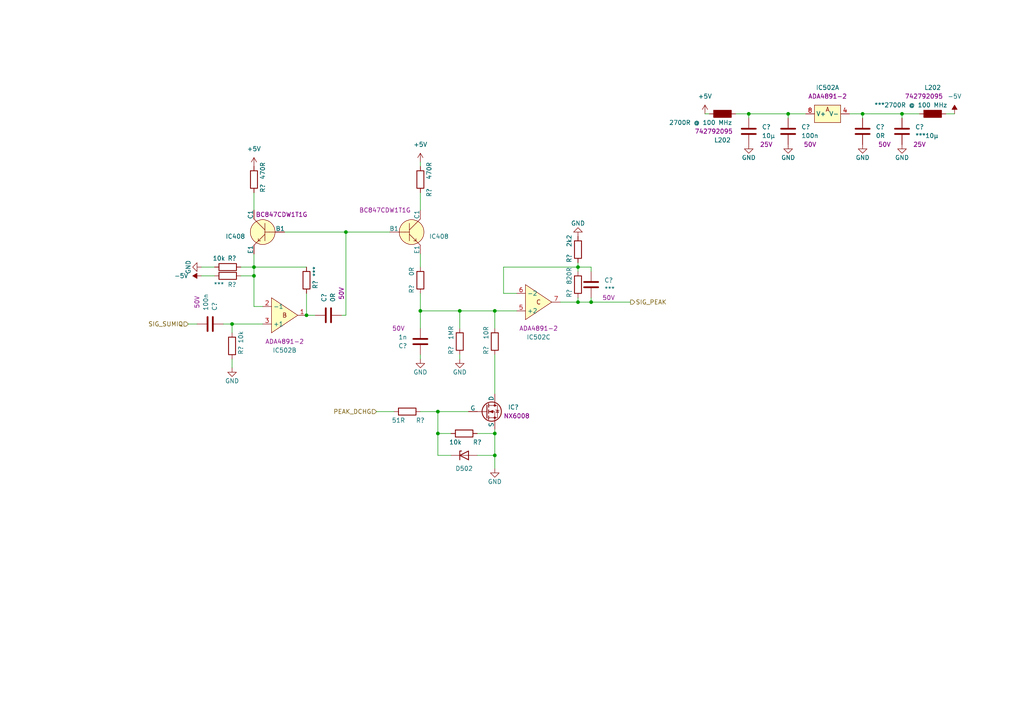
<source format=kicad_sch>
(kicad_sch (version 20230121) (generator eeschema)
  (paper "A4")
  (lib_symbols
    (symbol "ADA4891-2_1"
      (property "Reference" "IC" (at 0 10.16 0))
      (property "Part Number" "ADA4891-2" (at 0 7.62 0))
      (symbol "ADA4891-2_1_1_1"
        (rectangle (start -3.81 2.54) (end 3.81 -2.54) (fill (type background)))
        (text "A" (at 0 1.27 0) (effects (font (size 1.27 1.27))))
        (pin power_in line (at -6.35 0 0) (length 2.54) (name "V-") (number "4"))
        (pin power_in line (at 6.35 0 180) (length 2.54) (name "V+") (number "8"))
      )
      (symbol "ADA4891-2_1_2_1"
        (polyline (pts (xy -3.81 5.08) (xy -3.81 -5.08) (xy 3.81 0) (xy -3.81 5.08)) (fill (type background)))
        (text "B" (at 0 0 0) (effects (font (size 1.27 1.27))))
        (pin passive line (at 6.35 0 180) (length 2.54) (name "") (number "1"))
        (pin passive line (at -6.35 -2.54 0) (length 2.54) (name "-1") (number "2"))
        (pin passive line (at -6.35 2.54 0) (length 2.54) (name "+1") (number "3"))
      )
      (symbol "ADA4891-2_1_3_1"
        (polyline (pts (xy -3.81 5.08) (xy -3.81 -5.08) (xy 3.81 0) (xy -3.81 5.08)) (fill (type background)))
        (text "C" (at 0 0 0) (effects (font (size 1.27 1.27))))
        (pin input line (at -6.35 2.54 0) (length 2.54) (name "+2") (number "5"))
        (pin input line (at -6.35 -2.54 0) (length 2.54) (name "-2") (number "6"))
        (pin output line (at 6.35 0 180) (length 2.54) (name "") (number "7"))
      )
    )
    (symbol "ADA4891-2_2"
      (property "Reference" "IC" (at 0 10.16 0))
      (property "Part Number" "ADA4891-2" (at 0 7.62 0))
      (symbol "ADA4891-2_2_1_1"
        (rectangle (start -3.81 2.54) (end 3.81 -2.54) (fill (type background)))
        (text "A" (at 0 1.27 0) (effects (font (size 1.27 1.27))))
        (pin power_in line (at -6.35 0 0) (length 2.54) (name "V-") (number "4"))
        (pin power_in line (at 6.35 0 180) (length 2.54) (name "V+") (number "8"))
      )
      (symbol "ADA4891-2_2_2_1"
        (polyline (pts (xy -3.81 5.08) (xy -3.81 -5.08) (xy 3.81 0) (xy -3.81 5.08)) (fill (type background)))
        (text "B" (at 0 0 0) (effects (font (size 1.27 1.27))))
        (pin passive line (at 6.35 0 180) (length 2.54) (name "") (number "1"))
        (pin passive line (at -6.35 -2.54 0) (length 2.54) (name "-1") (number "2"))
        (pin passive line (at -6.35 2.54 0) (length 2.54) (name "+1") (number "3"))
      )
      (symbol "ADA4891-2_2_3_1"
        (polyline (pts (xy -3.81 5.08) (xy -3.81 -5.08) (xy 3.81 0) (xy -3.81 5.08)) (fill (type background)))
        (text "C" (at 0 0 0) (effects (font (size 1.27 1.27))))
        (pin input line (at -6.35 2.54 0) (length 2.54) (name "+2") (number "5"))
        (pin input line (at -6.35 -2.54 0) (length 2.54) (name "-2") (number "6"))
        (pin output line (at 6.35 0 180) (length 2.54) (name "") (number "7"))
      )
    )
    (symbol "BestParts_ICs:ADA4891-2"
      (property "Reference" "IC" (at 0 10.16 0))
      (property "Part Number" "ADA4891-2" (at 0 7.62 0))
      (symbol "ADA4891-2_1_1"
        (rectangle (start -3.81 2.54) (end 3.81 -2.54) (fill (type background)))
        (text "A" (at 0 1.27 0) (effects (font (size 1.27 1.27))))
        (pin power_in line (at -6.35 0 0) (length 2.54) (name "V-") (number "4"))
        (pin power_in line (at 6.35 0 180) (length 2.54) (name "V+") (number "8"))
      )
      (symbol "ADA4891-2_2_1"
        (polyline (pts (xy -3.81 5.08) (xy -3.81 -5.08) (xy 3.81 0) (xy -3.81 5.08)) (fill (type background)))
        (text "B" (at 0 0 0) (effects (font (size 1.27 1.27))))
        (pin passive line (at 6.35 0 180) (length 2.54) (name "") (number "1"))
        (pin passive line (at -6.35 -2.54 0) (length 2.54) (name "-1") (number "2"))
        (pin passive line (at -6.35 2.54 0) (length 2.54) (name "+1") (number "3"))
      )
      (symbol "ADA4891-2_3_1"
        (polyline (pts (xy -3.81 5.08) (xy -3.81 -5.08) (xy 3.81 0) (xy -3.81 5.08)) (fill (type background)))
        (text "C" (at 0 0 0) (effects (font (size 1.27 1.27))))
        (pin input line (at -6.35 2.54 0) (length 2.54) (name "+2") (number "5"))
        (pin input line (at -6.35 -2.54 0) (length 2.54) (name "-2") (number "6"))
        (pin output line (at 6.35 0 180) (length 2.54) (name "") (number "7"))
      )
    )
    (symbol "BestParts_ICs:BC847C-1" (pin_numbers hide) (pin_names (offset 0))
      (property "Reference" "IC" (at 0 15.24 0))
      (property "Part Number" "BC847CDW1T1G " (at 0 12.7 0))
      (symbol "BC847C-1_1_1"
        (polyline (pts (xy -1.905 0) (xy -3.81 0)))
        (polyline (pts (xy -0.635 -0.635) (xy 1.27 -2.54)))
        (polyline (pts (xy -0.635 0) (xy -1.905 0)))
        (polyline (pts (xy -0.635 0.635) (xy 1.27 2.54)))
        (polyline (pts (xy -0.635 2.54) (xy -0.635 -2.54)))
        (polyline (pts (xy 1.27 -2.54) (xy 0.635 -2.54)))
        (polyline (pts (xy 1.27 -2.54) (xy 1.27 -1.905)))
        (polyline (pts (xy 1.27 -2.54) (xy 2.54 -3.81)))
        (polyline (pts (xy 1.27 2.54) (xy 2.54 3.81)))
        (circle (center 0 0) (radius 3.5921) (fill (type background)))
        (pin passive line (at -6.35 0 0) (length 2.54) (name "B1") (number "1"))
        (pin passive line (at 2.54 -6.35 90) (length 2.54) (name "E1") (number "2"))
        (pin passive line (at 2.54 6.35 270) (length 2.54) (name "C1") (number "3"))
      )
    )
    (symbol "Device:C" (pin_numbers hide) (pin_names (offset 0.254))
      (property "Reference" "C" (at 0.635 2.54 0))
      (property "Value" "C" (at 0.635 -2.54 0))
      (symbol "C_0_1"
        (polyline (pts (xy -2.032 -0.762) (xy 2.032 -0.762)) (stroke (width 0.508)))
        (polyline (pts (xy -2.032 0.762) (xy 2.032 0.762)) (stroke (width 0.508)))
      )
      (symbol "C_1_1"
        (pin passive line (at 0 3.81 270) (length 2.794) (name "~") (number "1"))
        (pin passive line (at 0 -3.81 90) (length 2.794) (name "~") (number "2"))
      )
    )
    (symbol "Device:D_Zener" (pin_numbers hide) (pin_names (offset 1.016) hide)
      (property "Reference" "D" (at 0 2.54 0))
      (property "Value" "D_Zener" (at 0 -2.54 0))
      (symbol "D_Zener_0_1"
        (polyline (pts (xy 1.27 0) (xy -1.27 0)))
        (polyline (pts (xy -1.27 -1.27) (xy -1.27 1.27) (xy -0.762 1.27)) (stroke (width 0.254)))
        (polyline (pts (xy 1.27 -1.27) (xy 1.27 1.27) (xy -1.27 0) (xy 1.27 -1.27)) (stroke (width 0.254)))
      )
      (symbol "D_Zener_1_1"
        (pin passive line (at -3.81 0 0) (length 2.54) (name "K") (number "1"))
        (pin passive line (at 3.81 0 180) (length 2.54) (name "A") (number "2"))
      )
    )
    (symbol "Device:R" (pin_numbers hide) (pin_names (offset 0))
      (property "Reference" "R" (at 2.032 0 90))
      (property "Value" "R" (at 0 0 90))
      (symbol "R_0_1"
        (rectangle (start -1.016 -2.54) (end 1.016 2.54) (stroke (width 0.254)))
      )
      (symbol "R_1_1"
        (pin passive line (at 0 3.81 270) (length 1.27) (name "~") (number "1"))
        (pin passive line (at 0 -3.81 90) (length 1.27) (name "~") (number "2"))
      )
    )
    (symbol "Ferrit_1" (pin_numbers hide)
      (property "Reference" "L" (at 0 2.54 0))
      (symbol "Ferrit_1_1_1"
        (rectangle (start -2.54 1.016) (end 2.54 -1.016) (stroke (width 0.254)) (fill (type outline)))
        (pin passive line (at -3.81 0 0) (length 1.27) (name "") (number "1"))
        (pin passive line (at 3.81 0 180) (length 1.27) (name "") (number "2"))
      )
    )
    (symbol "Simulation_SPICE:NMOS" (pin_numbers hide) (pin_names (offset 0))
      (property "Reference" "IC1001" (at 6.35 1.27 0))
      (property "Part Number" "NX6008" (at 8.89 -1.27 0))
      (symbol "NMOS_0_1"
        (polyline (pts (xy 0.254 0) (xy -2.54 0)))
        (polyline (pts (xy 0.254 1.905) (xy 0.254 -1.905)) (stroke (width 0.254)))
        (polyline (pts (xy 0.762 -1.27) (xy 0.762 -2.286)) (stroke (width 0.254)))
        (polyline (pts (xy 0.762 0.508) (xy 0.762 -0.508)) (stroke (width 0.254)))
        (polyline (pts (xy 0.762 2.286) (xy 0.762 1.27)) (stroke (width 0.254)))
        (polyline (pts (xy 2.54 2.54) (xy 2.54 1.778)))
        (polyline (pts (xy 2.54 -2.54) (xy 2.54 0) (xy 0.762 0)))
        (polyline (pts (xy 0.762 -1.778) (xy 3.302 -1.778) (xy 3.302 1.778) (xy 0.762 1.778)))
        (polyline (pts (xy 1.016 0) (xy 2.032 0.381) (xy 2.032 -0.381) (xy 1.016 0)) (fill (type outline)))
        (polyline (pts (xy 2.794 0.508) (xy 2.921 0.381) (xy 3.683 0.381) (xy 3.81 0.254)))
        (polyline (pts (xy 3.302 0.381) (xy 2.921 -0.254) (xy 3.683 -0.254) (xy 3.302 0.381)))
        (circle (center 1.651 0) (radius 2.794) (stroke (width 0.254)))
        (circle (center 2.54 -1.778) (radius 0.254) (fill (type outline)))
        (circle (center 2.54 1.778) (radius 0.254) (fill (type outline)))
      )
      (symbol "NMOS_1_1"
        (pin input line (at -5.08 0 0) (length 2.54) (name "G") (number "1"))
        (pin passive line (at 2.54 -5.08 90) (length 2.54) (name "S") (number "2"))
        (pin passive line (at 2.54 5.08 270) (length 2.54) (name "D") (number "3"))
      )
    )
    (symbol "power:+5V" (power) (pin_names (offset 0))
      (property "Value" "+5V" (at 0 3.556 0))
      (symbol "+5V_0_1"
        (polyline (pts (xy -0.762 1.27) (xy 0 2.54)))
        (polyline (pts (xy 0 0) (xy 0 2.54)))
        (polyline (pts (xy 0 2.54) (xy 0.762 1.27)))
      )
      (symbol "+5V_1_1"
        (pin power_in line (at 0 0 90) (length 0) hide (name "+5V") (number "1"))
      )
    )
    (symbol "power:-5V" (power) (pin_names (offset 0))
      (property "Value" "-5V" (at 0 3.81 0))
      (symbol "-5V_0_0"
        (pin power_in line (at 0 0 90) (length 0) hide (name "-5V") (number "1"))
      )
      (symbol "-5V_0_1"
        (polyline (pts (xy 0 0) (xy 0 1.27) (xy 0.762 1.27) (xy 0 2.54) (xy -0.762 1.27) (xy 0 1.27)) (fill (type outline)))
      )
    )
    (symbol "power:GND" (power) (pin_names (offset 0))
      (property "Value" "GND" (at 0 -3.81 0))
      (symbol "GND_0_1"
        (polyline (pts (xy 0 0) (xy 0 -1.27) (xy 1.27 -1.27) (xy 0 -2.54) (xy -1.27 -1.27) (xy 0 -1.27)))
      )
      (symbol "GND_1_1"
        (pin power_in line (at 0 0 270) (length 0) hide (name "GND") (number "1"))
      )
    )
  )
  (junction (at 121.92 90.17))
  (junction (at 217.17 33.02))
  (junction (at 127 125.73))
  (junction (at 261.62 33.02))
  (junction (at 73.66 77.47))
  (junction (at 73.66 80.01))
  (junction (at 167.64 87.63))
  (junction (at 127 119.38))
  (junction (at 171.45 87.63))
  (junction (at 67.31 93.98))
  (junction (at 250.19 33.02))
  (junction (at 88.9 91.44))
  (junction (at 228.6 33.02))
  (junction (at 167.64 77.47))
  (junction (at 143.51 125.73))
  (junction (at 143.51 132.08))
  (junction (at 133.35 90.17))
  (junction (at 143.51 90.17))
  (junction (at 100.33 67.31))
  (wire (pts (xy 250.19 33.02) (xy 261.62 33.02)))
  (wire (pts (xy 69.85 80.01) (xy 73.66 80.01)))
  (wire (pts (xy 143.51 132.08) (xy 143.51 135.89)))
  (wire (pts (xy 127 119.38) (xy 127 125.73)))
  (wire (pts (xy 100.33 67.31) (xy 113.03 67.31)))
  (wire (pts (xy 171.45 86.36) (xy 171.45 87.63)))
  (wire (pts (xy 67.31 104.14) (xy 67.31 106.68)))
  (wire (pts (xy 133.35 102.87) (xy 133.35 104.14)))
  (wire (pts (xy 73.66 55.88) (xy 73.66 60.96)))
  (wire (pts (xy 276.86 33.02) (xy 274.32 33.02)))
  (wire (pts (xy 167.64 86.36) (xy 167.64 87.63)))
  (wire (pts (xy 133.35 90.17) (xy 133.35 95.25)))
  (wire (pts (xy 143.51 102.87) (xy 143.51 114.3)))
  (wire (pts (xy 88.9 91.44) (xy 91.44 91.44)))
  (wire (pts (xy 100.33 67.31) (xy 100.33 91.44)))
  (wire (pts (xy 143.51 90.17) (xy 143.51 95.25)))
  (wire (pts (xy 121.92 73.66) (xy 121.92 77.47)))
  (wire (pts (xy 162.56 87.63) (xy 167.64 87.63)))
  (wire (pts (xy 167.64 76.2) (xy 167.64 77.47)))
  (wire (pts (xy 73.66 80.01) (xy 73.66 88.9)))
  (wire (pts (xy 127 125.73) (xy 130.81 125.73)))
  (wire (pts (xy 121.92 90.17) (xy 133.35 90.17)))
  (wire (pts (xy 228.6 33.02) (xy 228.6 34.29)))
  (wire (pts (xy 99.06 91.44) (xy 100.33 91.44)))
  (wire (pts (xy 171.45 87.63) (xy 182.88 87.63)))
  (wire (pts (xy 64.77 93.98) (xy 67.31 93.98)))
  (wire (pts (xy 213.36 33.02) (xy 217.17 33.02)))
  (wire (pts (xy 58.42 80.01) (xy 62.23 80.01)))
  (wire (pts (xy 250.19 33.02) (xy 250.19 34.29)))
  (wire (pts (xy 138.43 125.73) (xy 143.51 125.73)))
  (wire (pts (xy 73.66 77.47) (xy 88.9 77.47)))
  (wire (pts (xy 73.66 77.47) (xy 73.66 80.01)))
  (wire (pts (xy 138.43 132.08) (xy 143.51 132.08)))
  (wire (pts (xy 73.66 73.66) (xy 73.66 77.47)))
  (wire (pts (xy 82.55 67.31) (xy 100.33 67.31)))
  (wire (pts (xy 54.61 93.98) (xy 57.15 93.98)))
  (wire (pts (xy 88.9 85.09) (xy 88.9 91.44)))
  (wire (pts (xy 127 132.08) (xy 130.81 132.08)))
  (wire (pts (xy 121.92 90.17) (xy 121.92 95.25)))
  (wire (pts (xy 266.7 33.02) (xy 261.62 33.02)))
  (wire (pts (xy 171.45 77.47) (xy 171.45 78.74)))
  (wire (pts (xy 58.42 77.47) (xy 62.23 77.47)))
  (wire (pts (xy 127 125.73) (xy 127 132.08)))
  (wire (pts (xy 204.47 33.02) (xy 205.74 33.02)))
  (wire (pts (xy 121.92 102.87) (xy 121.92 104.14)))
  (wire (pts (xy 217.17 33.02) (xy 228.6 33.02)))
  (wire (pts (xy 228.6 33.02) (xy 233.68 33.02)))
  (wire (pts (xy 146.05 77.47) (xy 146.05 85.09)))
  (wire (pts (xy 109.22 119.38) (xy 114.3 119.38)))
  (wire (pts (xy 167.64 77.47) (xy 171.45 77.47)))
  (wire (pts (xy 146.05 85.09) (xy 149.86 85.09)))
  (wire (pts (xy 121.92 119.38) (xy 127 119.38)))
  (wire (pts (xy 217.17 33.02) (xy 217.17 34.29)))
  (wire (pts (xy 246.38 33.02) (xy 250.19 33.02)))
  (wire (pts (xy 127 119.38) (xy 135.89 119.38)))
  (wire (pts (xy 69.85 77.47) (xy 73.66 77.47)))
  (wire (pts (xy 67.31 93.98) (xy 76.2 93.98)))
  (wire (pts (xy 121.92 85.09) (xy 121.92 90.17)))
  (wire (pts (xy 167.64 77.47) (xy 167.64 78.74)))
  (wire (pts (xy 121.92 48.26) (xy 121.92 46.99)))
  (wire (pts (xy 143.51 124.46) (xy 143.51 125.73)))
  (wire (pts (xy 133.35 90.17) (xy 143.51 90.17)))
  (wire (pts (xy 261.62 33.02) (xy 261.62 34.29)))
  (wire (pts (xy 146.05 77.47) (xy 167.64 77.47)))
  (wire (pts (xy 167.64 87.63) (xy 171.45 87.63)))
  (wire (pts (xy 121.92 55.88) (xy 121.92 60.96)))
  (wire (pts (xy 143.51 125.73) (xy 143.51 132.08)))
  (wire (pts (xy 143.51 90.17) (xy 149.86 90.17)))
  (wire (pts (xy 67.31 93.98) (xy 67.31 96.52)))
  (wire (pts (xy 73.66 88.9) (xy 76.2 88.9)))
  (hierarchical_label "SIG_PEAK" (shape output) (at 182.88 87.63 0))
  (hierarchical_label "SIG_SUMIQ" (shape input) (at 54.61 93.98 180))
  (hierarchical_label "PEAK_DCHG" (shape input) (at 109.22 119.38 180))
  (symbol (lib_id "Device:C") (at 171.45 82.55 0) (unit 1)
    (property "Reference" "C?" (at 175.26 81.28 0) (effects (justify left)))
    (property "Value" "***" (at 175.26 83.82 0) (effects (justify left)))
    (property "Footprint" "BestParts_Caps:C_0603" (effects hide))
    (property "Voltage" "50V" (at 176.53 86.36 0))
    (instances (project "Analog_Calc_V2" (path "" (reference "C?") (unit 1)) (path "" (reference "C?") (unit 1)) (path "" (reference "C?") (unit 1)) (path "" (reference "C?") (unit 1)) (path "" (reference "C515") (unit 1))))
  )
  (symbol (lib_id "Device:R") (at 73.66 52.07 0) (mirror x) (unit 1)
    (property "Reference" "R?" (at 76.2 54.61 90))
    (property "Value" "470R" (at 76.2 49.53 90))
    (property "Footprint" "BestParts_Resistors:R_0603" (effects hide))
    (property "Part Number" "Generic" (effects hide))
    (instances (project "Analog_Calc_V2" (path "" (reference "R?") (unit 1)) (path "" (reference "R?") (unit 1)) (path "" (reference "R427") (unit 1)) (path "" (reference "R516") (unit 1))))
  )
  (symbol (lib_id "power:GND") (at 143.51 135.89 0) (unit 1)
    (property "Reference" "#PWR?" (effects hide))
    (property "Value" "GND" (at 143.51 139.7 0))
    (instances (project "Analog_Calc_V2" (path "" (reference "#PWR?") (unit 1)) (path "" (reference "#PWR?") (unit 1)) (path "" (reference "#PWR?") (unit 1)) (path "" (reference "#PWR0520") (unit 1))))
  )
  (symbol (lib_id "Device:R") (at 121.92 81.28 180) (unit 1)
    (property "Reference" "R?" (at 119.38 83.82 90))
    (property "Value" "0R" (at 119.38 78.74 90))
    (property "Footprint" "BestParts_Resistors:R_0603" (effects hide))
    (property "Part Number" "Generic" (effects hide))
    (instances (project "Analog_Calc_V2" (path "" (reference "R?") (unit 1)) (path "" (reference "R?") (unit 1)) (path "" (reference "R?") (unit 1)) (path "" (reference "R?") (unit 1)) (path "" (reference "R?") (unit 1)) (path "" (reference "R522") (unit 1))))
  )
  (symbol (lib_id "Device:C") (at 217.17 38.1 0) (unit 1)
    (property "Reference" "C?" (at 220.98 36.83 0) (effects (justify left)))
    (property "Value" "10µ" (at 220.98 39.37 0) (effects (justify left)))
    (property "Footprint" "BestParts_Caps:C_0603" (effects hide))
    (property "Voltage" "25V" (at 222.25 41.91 0))
    (instances (project "Analog_Calc_V2" (path "" (reference "C?") (unit 1)) (path "" (reference "C?") (unit 1)) (path "" (reference "C?") (unit 1)) (path "" (reference "C?") (unit 1)) (path "" (reference "C510") (unit 1))))
  )
  (symbol (lib_id "BestParts_ICs:BC847C-1") (at 119.38 67.31 0) (unit 1)
    (property "Reference" "IC408" (at 124.46 68.58 0) (effects (justify left)))
    (property "Value" "*" (effects hide))
    (property "Footprint" "BestParts_ICs:BC847C-1 - SC-70-3" (effects hide))
    (property "Datasheet" "https://www.mouser.de/datasheet/2/308/1/BC846BDW1T1_D-2310328.pdf" (effects hide))
    (property "Part Number" "BC847CDW1T1G " (at 104.14 60.96 0) (effects (justify left)))
    (instances (project "Analog_Calc_V2" (path "" (reference "IC408") (unit 1)) (path "" (reference "IC505") (unit 1))))
  )
  (symbol (lib_id "Device:C") (at 121.92 99.06 180) (unit 1)
    (property "Reference" "C?" (at 118.11 100.33 0) (effects (justify left)))
    (property "Value" "1n" (at 118.11 97.79 0) (effects (justify left)))
    (property "Footprint" "BestParts_Caps:C_0603" (effects hide))
    (property "Voltage" "50V" (at 115.57 95.25 0))
    (instances (project "Analog_Calc_V2" (path "" (reference "C?") (unit 1)) (path "" (reference "C?") (unit 1)) (path "" (reference "C?") (unit 1)) (path "" (reference "C?") (unit 1)) (path "" (reference "C514") (unit 1))))
  )
  (symbol (lib_id "power:GND") (at 67.31 106.68 0) (unit 1)
    (property "Reference" "#PWR?" (effects hide))
    (property "Value" "GND" (at 67.31 110.49 0))
    (instances (project "Analog_Calc_V2" (path "" (reference "#PWR?") (unit 1)) (path "" (reference "#PWR?") (unit 1)) (path "" (reference "#PWR?") (unit 1)) (path "" (reference "#PWR0521") (unit 1))))
  )
  (symbol (lib_name "ADA4891-2_2") (lib_id "BestParts_ICs:ADA4891-2") (at 156.21 87.63 0) (mirror x) (unit 3)
    (property "Reference" "IC1001" (at 156.21 97.79 0))
    (property "Value" "*" (effects hide))
    (property "Footprint" "BestParts_ICs:ADA4891-2 - SOIC-8" (effects hide))
    (property "Part Number" "ADA4891-2" (at 156.21 95.25 0))
    (property "Manufacturer" "Analog Devices" (effects hide))
    (instances (project "Analog_Calc_V2" (path "" (reference "IC502") (unit 3))))
  )
  (symbol (lib_id "power:GND") (at 217.17 41.91 0) (unit 1)
    (property "Reference" "#PWR?" (effects hide))
    (property "Value" "GND" (at 217.17 45.72 0))
    (instances (project "Analog_Calc_V2" (path "" (reference "#PWR?") (unit 1)) (path "" (reference "#PWR?") (unit 1)) (path "" (reference "#PWR?") (unit 1)) (path "" (reference "#PWR0514") (unit 1))))
  )
  (symbol (lib_id "Device:C") (at 261.62 38.1 0) (unit 1)
    (property "Reference" "C?" (at 265.43 36.83 0) (effects (justify left)))
    (property "Value" "***10µ" (at 265.43 39.37 0) (effects (justify left)))
    (property "Footprint" "BestParts_Caps:C_0603" (effects hide))
    (property "Voltage" "25V" (at 266.7 41.91 0))
    (instances (project "Analog_Calc_V2" (path "" (reference "C?") (unit 1)) (path "" (reference "C?") (unit 1)) (path "" (reference "C?") (unit 1)) (path "" (reference "C?") (unit 1)) (path "" (reference "C513") (unit 1))))
  )
  (symbol (lib_id "Device:R") (at 66.04 80.01 270) (unit 1)
    (property "Reference" "R?" (at 67.31 82.55 90))
    (property "Value" "***" (at 63.5 82.55 90))
    (property "Footprint" "BestParts_Resistors:R_0603" (effects hide))
    (property "Part Number" "Generic" (effects hide))
    (instances (project "Analog_Calc_V2" (path "" (reference "R?") (unit 1)) (path "" (reference "R?") (unit 1)) (path "" (reference "R427") (unit 1)) (path "" (reference "R519") (unit 1))))
  )
  (symbol (lib_id "Device:R") (at 118.11 119.38 270) (unit 1)
    (property "Reference" "R?" (at 121.92 121.92 90))
    (property "Value" "51R" (at 115.57 121.92 90))
    (property "Footprint" "BestParts_Resistors:R_0603" (effects hide))
    (property "Part Number" "Generic" (effects hide))
    (instances (project "Analog_Calc_V2" (path "" (reference "R?") (unit 1)) (path "" (reference "R?") (unit 1)) (path "" (reference "R?") (unit 1)) (path "" (reference "R?") (unit 1)) (path "" (reference "R?") (unit 1)) (path "" (reference "R511") (unit 1))))
  )
  (symbol (lib_id "power:GND") (at 250.19 41.91 0) (unit 1)
    (property "Reference" "#PWR?" (effects hide))
    (property "Value" "GND" (at 250.19 45.72 0))
    (instances (project "Analog_Calc_V2" (path "" (reference "#PWR?") (unit 1)) (path "" (reference "#PWR?") (unit 1)) (path "" (reference "#PWR?") (unit 1)) (path "" (reference "#PWR0516") (unit 1))))
  )
  (symbol (lib_name "ADA4891-2_1") (lib_id "BestParts_ICs:ADA4891-2") (at 82.55 91.44 0) (mirror x) (unit 2)
    (property "Reference" "IC1001" (at 82.55 101.6 0))
    (property "Value" "*" (effects hide))
    (property "Footprint" "BestParts_ICs:ADA4891-2 - SOIC-8" (effects hide))
    (property "Part Number" "ADA4891-2" (at 82.55 99.06 0))
    (property "Manufacturer" "Analog Devices" (effects hide))
    (instances (project "Analog_Calc_V2" (path "" (reference "IC502") (unit 2))))
  )
  (symbol (lib_id "Device:R") (at 134.62 125.73 270) (unit 1)
    (property "Reference" "R?" (at 138.43 128.27 90))
    (property "Value" "10k" (at 132.08 128.27 90))
    (property "Footprint" "BestParts_Resistors:R_0603" (effects hide))
    (property "Part Number" "Generic" (effects hide))
    (instances (project "Analog_Calc_V2" (path "" (reference "R?") (unit 1)) (path "" (reference "R?") (unit 1)) (path "" (reference "R?") (unit 1)) (path "" (reference "R?") (unit 1)) (path "" (reference "R?") (unit 1)) (path "" (reference "R512") (unit 1))))
  )
  (symbol (lib_id "power:+5V") (at 121.92 46.99 0) (unit 1)
    (property "Reference" "#PWR?" (effects hide))
    (property "Value" "+5V" (at 121.92 41.91 0))
    (instances (project "Analog_Calc_V2" (path "" (reference "#PWR?") (unit 1)) (path "" (reference "#PWR?") (unit 1)) (path "" (reference "#PWR?") (unit 1)) (path "" (reference "#PWR0523") (unit 1))))
  )
  (symbol (lib_id "power:GND") (at 58.42 77.47 270) (unit 1)
    (property "Reference" "#PWR?" (effects hide))
    (property "Value" "GND" (at 54.61 77.47 0))
    (instances (project "Analog_Calc_V2" (path "" (reference "#PWR?") (unit 1)) (path "" (reference "#PWR?") (unit 1)) (path "" (reference "#PWR?") (unit 1)) (path "" (reference "#PWR0525") (unit 1))))
  )
  (symbol (lib_id "BestParts_ICs:BC847C-1") (at 76.2 67.31 0) (mirror y) (unit 1)
    (property "Reference" "IC408" (at 71.12 68.58 0) (effects (justify left)))
    (property "Value" "*" (effects hide))
    (property "Footprint" "BestParts_ICs:BC847C-1 - SC-70-3" (effects hide))
    (property "Datasheet" "https://www.mouser.de/datasheet/2/308/1/BC846BDW1T1_D-2310328.pdf" (effects hide))
    (property "Part Number" "BC847CDW1T1G " (at 90.17 62.23 0) (effects (justify left)))
    (instances (project "Analog_Calc_V2" (path "" (reference "IC408") (unit 1)) (path "" (reference "IC504") (unit 1))))
  )
  (symbol (lib_id "Device:D_Zener") (at 134.62 132.08 0) (unit 1)
    (property "Reference" "D1002" (at 134.62 135.89 0))
    (property "Value" "*" (effects hide))
    (property "Footprint" "BestParts_Diodes:D_SOD-323" (effects hide))
    (instances (project "Analog_Calc_V2" (path "" (reference "D502") (unit 1))))
  )
  (symbol (lib_name "Ferrit_1") (lib_id "BestParts_Inductors:Ferrit") (at 209.55 33.02 180) (unit 1)
    (property "Reference" "L202" (at 209.55 40.64 0))
    (property "Value" "2700R @ 100 MHz" (at 203.2 35.56 0))
    (property "Footprint" "BestParts_Resistors:R_0805" (effects hide))
    (property "Part Number" "742792095" (at 207.01 38.1 0))
    (instances (project "Analog_Calc_V2" (path "" (reference "L202") (unit 1)) (path "" (reference "L303") (unit 1)) (path "" (reference "L401") (unit 1)) (path "" (reference "L503") (unit 1))))
  )
  (symbol (lib_id "Simulation_SPICE:NMOS") (at 140.97 119.38 0) (unit 1)
    (property "Reference" "IC1002" (at 147.32 118.11 0) (effects (justify left)))
    (property "Footprint" "BestParts_ICs:NX6008 - SOT-23-3" (effects hide))
    (property "Part Number" "NX6008" (at 149.86 120.65 0))
    (instances (project "Analog_Calc_V2" (path "" (reference "IC?") (unit 1)) (path "" (reference "IC503") (unit 1))))
  )
  (symbol (lib_id "Device:C") (at 250.19 38.1 0) (unit 1)
    (property "Reference" "C?" (at 254 36.83 0) (effects (justify left)))
    (property "Value" "0R" (at 254 39.37 0) (effects (justify left)))
    (property "Footprint" "BestParts_Caps:C_0603" (effects hide))
    (property "Voltage" "50V" (at 256.54 41.91 0))
    (instances (project "Analog_Calc_V2" (path "" (reference "C?") (unit 1)) (path "" (reference "C?") (unit 1)) (path "" (reference "C?") (unit 1)) (path "" (reference "C?") (unit 1)) (path "" (reference "C512") (unit 1))))
  )
  (symbol (lib_id "Device:R") (at 121.92 52.07 0) (mirror x) (unit 1)
    (property "Reference" "R?" (at 124.46 55.88 90))
    (property "Value" "470R" (at 124.46 49.53 90))
    (property "Footprint" "BestParts_Resistors:R_0603" (effects hide))
    (property "Part Number" "Generic" (effects hide))
    (instances (project "Analog_Calc_V2" (path "" (reference "R?") (unit 1)) (path "" (reference "R?") (unit 1)) (path "" (reference "R427") (unit 1)) (path "" (reference "R517") (unit 1))))
  )
  (symbol (lib_id "power:-5V") (at 276.86 33.02 0) (unit 1)
    (property "Reference" "#PWR?" (effects hide))
    (property "Value" "-5V" (at 276.86 27.94 0))
    (instances (project "Analog_Calc_V2" (path "" (reference "#PWR?") (unit 1)) (path "" (reference "#PWR?") (unit 1)) (path "" (reference "#PWR?") (unit 1)) (path "" (reference "#PWR0513") (unit 1))))
  )
  (symbol (lib_id "Device:R") (at 66.04 77.47 270) (mirror x) (unit 1)
    (property "Reference" "R?" (at 67.31 74.93 90))
    (property "Value" "10k" (at 63.5 74.93 90))
    (property "Footprint" "BestParts_Resistors:R_0603" (effects hide))
    (property "Part Number" "Generic" (effects hide))
    (instances (project "Analog_Calc_V2" (path "" (reference "R?") (unit 1)) (path "" (reference "R?") (unit 1)) (path "" (reference "R427") (unit 1)) (path "" (reference "R518") (unit 1))))
  )
  (symbol (lib_id "power:GND") (at 167.64 68.58 180) (unit 1)
    (property "Reference" "#PWR?" (effects hide))
    (property "Value" "GND" (at 167.64 64.77 0))
    (instances (project "Analog_Calc_V2" (path "" (reference "#PWR?") (unit 1)) (path "" (reference "#PWR?") (unit 1)) (path "" (reference "#PWR?") (unit 1)) (path "" (reference "#PWR0526") (unit 1))))
  )
  (symbol (lib_name "Ferrit_1") (lib_id "BestParts_Inductors:Ferrit") (at 270.51 33.02 0) (mirror y) (unit 1)
    (property "Reference" "L202" (at 270.51 25.4 0))
    (property "Value" "***2700R @ 100 MHz" (at 264.16 30.48 0))
    (property "Footprint" "BestParts_Resistors:R_0805" (effects hide))
    (property "Part Number" "742792095" (at 267.97 27.94 0))
    (instances (project "Analog_Calc_V2" (path "" (reference "L202") (unit 1)) (path "" (reference "L303") (unit 1)) (path "" (reference "L401") (unit 1)) (path "" (reference "L504") (unit 1))))
  )
  (symbol (lib_id "Device:R") (at 88.9 81.28 0) (mirror x) (unit 1)
    (property "Reference" "R?" (at 91.44 82.55 90))
    (property "Value" "***" (at 91.44 78.74 90))
    (property "Footprint" "BestParts_Resistors:R_0603" (effects hide))
    (property "Part Number" "Generic" (effects hide))
    (instances (project "Analog_Calc_V2" (path "" (reference "R?") (unit 1)) (path "" (reference "R?") (unit 1)) (path "" (reference "R427") (unit 1)) (path "" (reference "R514") (unit 1))))
  )
  (symbol (lib_id "Device:R") (at 143.51 99.06 180) (unit 1)
    (property "Reference" "R?" (at 140.97 101.6 90))
    (property "Value" "10R" (at 140.97 96.52 90))
    (property "Footprint" "BestParts_Resistors:R_0603" (effects hide))
    (property "Part Number" "Generic" (effects hide))
    (instances (project "Analog_Calc_V2" (path "" (reference "R?") (unit 1)) (path "" (reference "R?") (unit 1)) (path "" (reference "R?") (unit 1)) (path "" (reference "R?") (unit 1)) (path "" (reference "R?") (unit 1)) (path "" (reference "R510") (unit 1))))
  )
  (symbol (lib_id "power:+5V") (at 204.47 33.02 0) (unit 1)
    (property "Reference" "#PWR?" (effects hide))
    (property "Value" "+5V" (at 204.47 27.94 0))
    (instances (project "Analog_Calc_V2" (path "" (reference "#PWR?") (unit 1)) (path "" (reference "#PWR?") (unit 1)) (path "" (reference "#PWR?") (unit 1)) (path "" (reference "#PWR0512") (unit 1))))
  )
  (symbol (lib_id "power:+5V") (at 73.66 48.26 0) (unit 1)
    (property "Reference" "#PWR?" (effects hide))
    (property "Value" "+5V" (at 73.66 43.18 0))
    (instances (project "Analog_Calc_V2" (path "" (reference "#PWR?") (unit 1)) (path "" (reference "#PWR?") (unit 1)) (path "" (reference "#PWR?") (unit 1)) (path "" (reference "#PWR0522") (unit 1))))
  )
  (symbol (lib_id "Device:R") (at 133.35 99.06 180) (unit 1)
    (property "Reference" "R?" (at 130.81 101.6 90))
    (property "Value" "1MR" (at 130.81 96.52 90))
    (property "Footprint" "BestParts_Resistors:R_0603" (effects hide))
    (property "Part Number" "Generic" (effects hide))
    (instances (project "Analog_Calc_V2" (path "" (reference "R?") (unit 1)) (path "" (reference "R?") (unit 1)) (path "" (reference "R?") (unit 1)) (path "" (reference "R?") (unit 1)) (path "" (reference "R?") (unit 1)) (path "" (reference "R515") (unit 1))))
  )
  (symbol (lib_id "Device:R") (at 67.31 100.33 0) (mirror x) (unit 1)
    (property "Reference" "R?" (at 69.85 101.6 90))
    (property "Value" "10k" (at 69.85 97.79 90))
    (property "Footprint" "BestParts_Resistors:R_0603" (effects hide))
    (property "Part Number" "Generic" (effects hide))
    (instances (project "Analog_Calc_V2" (path "" (reference "R?") (unit 1)) (path "" (reference "R?") (unit 1)) (path "" (reference "R427") (unit 1)) (path "" (reference "R513") (unit 1))))
  )
  (symbol (lib_id "power:GND") (at 133.35 104.14 0) (unit 1)
    (property "Reference" "#PWR?" (effects hide))
    (property "Value" "GND" (at 133.35 107.95 0))
    (instances (project "Analog_Calc_V2" (path "" (reference "#PWR?") (unit 1)) (path "" (reference "#PWR?") (unit 1)) (path "" (reference "#PWR?") (unit 1)) (path "" (reference "#PWR0519") (unit 1))))
  )
  (symbol (lib_id "Device:R") (at 167.64 82.55 180) (unit 1)
    (property "Reference" "R?" (at 165.1 85.09 90))
    (property "Value" "820R" (at 165.1 80.01 90))
    (property "Footprint" "BestParts_Resistors:R_0603" (effects hide))
    (property "Part Number" "Generic" (effects hide))
    (instances (project "Analog_Calc_V2" (path "" (reference "R?") (unit 1)) (path "" (reference "R?") (unit 1)) (path "" (reference "R?") (unit 1)) (path "" (reference "R?") (unit 1)) (path "" (reference "R?") (unit 1)) (path "" (reference "R520") (unit 1))))
  )
  (symbol (lib_id "power:GND") (at 121.92 104.14 0) (unit 1)
    (property "Reference" "#PWR?" (effects hide))
    (property "Value" "GND" (at 121.92 107.95 0))
    (instances (project "Analog_Calc_V2" (path "" (reference "#PWR?") (unit 1)) (path "" (reference "#PWR?") (unit 1)) (path "" (reference "#PWR?") (unit 1)) (path "" (reference "#PWR0518") (unit 1))))
  )
  (symbol (lib_id "Device:C") (at 228.6 38.1 0) (unit 1)
    (property "Reference" "C?" (at 232.41 36.83 0) (effects (justify left)))
    (property "Value" "100n" (at 232.41 39.37 0) (effects (justify left)))
    (property "Footprint" "BestParts_Caps:C_0603" (effects hide))
    (property "Voltage" "50V" (at 234.95 41.91 0))
    (instances (project "Analog_Calc_V2" (path "" (reference "C?") (unit 1)) (path "" (reference "C?") (unit 1)) (path "" (reference "C?") (unit 1)) (path "" (reference "C?") (unit 1)) (path "" (reference "C511") (unit 1))))
  )
  (symbol (lib_id "Device:C") (at 95.25 91.44 90) (unit 1)
    (property "Reference" "C?" (at 93.98 87.63 0) (effects (justify left)))
    (property "Value" "0R" (at 96.52 87.63 0) (effects (justify left)))
    (property "Footprint" "BestParts_Caps:C_0603" (effects hide))
    (property "Voltage" "50V" (at 99.06 85.09 0))
    (instances (project "Analog_Calc_V2" (path "" (reference "C?") (unit 1)) (path "" (reference "C?") (unit 1)) (path "" (reference "C?") (unit 1)) (path "" (reference "C?") (unit 1)) (path "" (reference "C517") (unit 1))))
  )
  (symbol (lib_id "BestParts_ICs:ADA4891-2") (at 240.03 33.02 0) (mirror y) (unit 1)
    (property "Reference" "IC1001" (at 240.03 25.4 0))
    (property "Value" "*" (effects hide))
    (property "Footprint" "BestParts_ICs:ADA4891-2 - SOIC-8" (effects hide))
    (property "Part Number" "ADA4891-2" (at 240.03 27.94 0))
    (property "Manufacturer" "Analog Devices" (effects hide))
    (instances (project "Analog_Calc_V2" (path "" (reference "IC502") (unit 1))))
  )
  (symbol (lib_id "Device:R") (at 167.64 72.39 180) (unit 1)
    (property "Reference" "R?" (at 165.1 74.93 90))
    (property "Value" "2k2" (at 165.1 69.85 90))
    (property "Footprint" "BestParts_Resistors:R_0603" (effects hide))
    (property "Part Number" "Generic" (effects hide))
    (instances (project "Analog_Calc_V2" (path "" (reference "R?") (unit 1)) (path "" (reference "R?") (unit 1)) (path "" (reference "R?") (unit 1)) (path "" (reference "R?") (unit 1)) (path "" (reference "R?") (unit 1)) (path "" (reference "R521") (unit 1))))
  )
  (symbol (lib_id "power:GND") (at 228.6 41.91 0) (unit 1)
    (property "Reference" "#PWR?" (effects hide))
    (property "Value" "GND" (at 228.6 45.72 0))
    (instances (project "Analog_Calc_V2" (path "" (reference "#PWR?") (unit 1)) (path "" (reference "#PWR?") (unit 1)) (path "" (reference "#PWR?") (unit 1)) (path "" (reference "#PWR0515") (unit 1))))
  )
  (symbol (lib_id "power:GND") (at 261.62 41.91 0) (unit 1)
    (property "Reference" "#PWR?" (effects hide))
    (property "Value" "GND" (at 261.62 45.72 0))
    (instances (project "Analog_Calc_V2" (path "" (reference "#PWR?") (unit 1)) (path "" (reference "#PWR?") (unit 1)) (path "" (reference "#PWR?") (unit 1)) (path "" (reference "#PWR0517") (unit 1))))
  )
  (symbol (lib_id "Device:C") (at 60.96 93.98 270) (mirror x) (unit 1)
    (property "Reference" "C?" (at 62.23 90.17 0) (effects (justify left)))
    (property "Value" "100n" (at 59.69 90.17 0) (effects (justify left)))
    (property "Footprint" "BestParts_Caps:C_0603" (effects hide))
    (property "Voltage" "50V" (at 57.15 87.63 0))
    (instances (project "Analog_Calc_V2" (path "" (reference "C?") (unit 1)) (path "" (reference "C?") (unit 1)) (path "" (reference "C421") (unit 1)) (path "" (reference "C516") (unit 1))))
  )
  (symbol (lib_id "power:-5V") (at 58.42 80.01 90) (unit 1)
    (property "Reference" "#PWR?" (effects hide))
    (property "Value" "-5V" (at 54.61 80.01 90) (effects (justify left)))
    (instances (project "Analog_Calc_V2" (path "" (reference "#PWR?") (unit 1)) (path "" (reference "#PWR?") (unit 1)) (path "" (reference "#PWR?") (unit 1)) (path "" (reference "#PWR0524") (unit 1))))
  )
)
</source>
